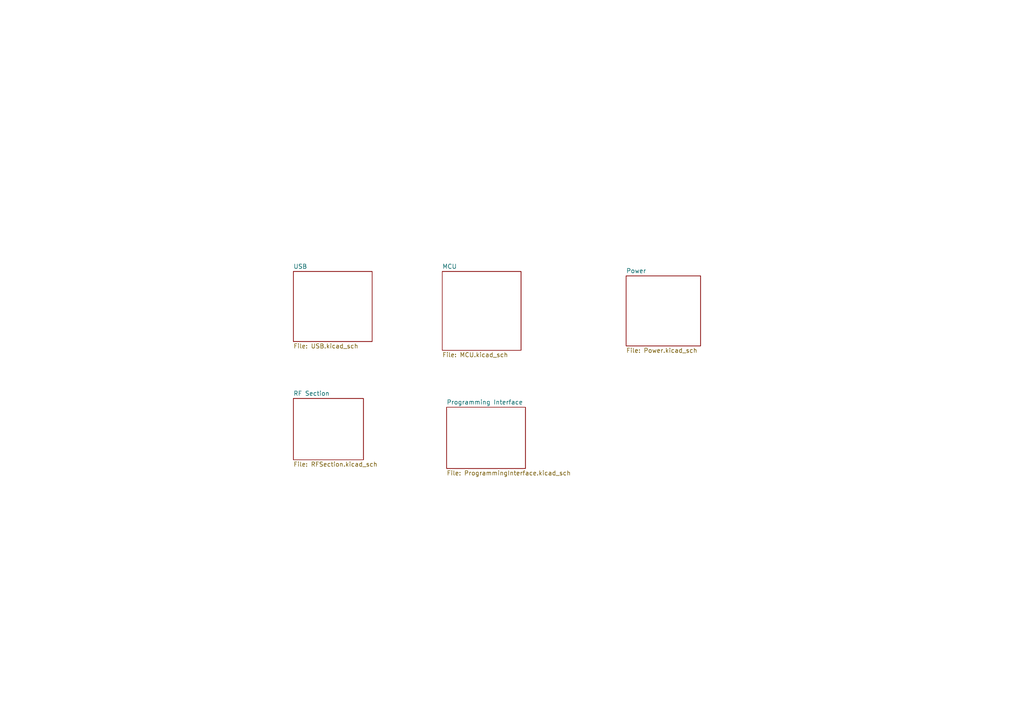
<source format=kicad_sch>
(kicad_sch
	(version 20250114)
	(generator "eeschema")
	(generator_version "9.0")
	(uuid "7294b0c1-22f8-4dfa-8bae-2337522835ff")
	(paper "A4")
	(lib_symbols)
	(sheet
		(at 85.09 78.74)
		(size 22.86 20.32)
		(exclude_from_sim no)
		(in_bom yes)
		(on_board yes)
		(dnp no)
		(fields_autoplaced yes)
		(stroke
			(width 0.1524)
			(type solid)
		)
		(fill
			(color 0 0 0 0.0000)
		)
		(uuid "1e2abb1e-a61e-4f02-b544-b7d6a8e6bbb8")
		(property "Sheetname" "USB"
			(at 85.09 78.0284 0)
			(effects
				(font
					(size 1.27 1.27)
				)
				(justify left bottom)
			)
		)
		(property "Sheetfile" "USB.kicad_sch"
			(at 85.09 99.6446 0)
			(effects
				(font
					(size 1.27 1.27)
				)
				(justify left top)
			)
		)
		(instances
			(project "STM32 Bluetooth Hardware Design"
				(path "/7294b0c1-22f8-4dfa-8bae-2337522835ff"
					(page "5")
				)
			)
		)
	)
	(sheet
		(at 85.09 115.57)
		(size 20.32 17.78)
		(exclude_from_sim no)
		(in_bom yes)
		(on_board yes)
		(dnp no)
		(fields_autoplaced yes)
		(stroke
			(width 0.1524)
			(type solid)
		)
		(fill
			(color 0 0 0 0.0000)
		)
		(uuid "874b05d3-d648-43ec-9993-43f48c77f4db")
		(property "Sheetname" "RF Section"
			(at 85.09 114.8584 0)
			(effects
				(font
					(size 1.27 1.27)
				)
				(justify left bottom)
			)
		)
		(property "Sheetfile" "RFSection.kicad_sch"
			(at 85.09 133.9346 0)
			(effects
				(font
					(size 1.27 1.27)
				)
				(justify left top)
			)
		)
		(instances
			(project "STM32 Bluetooth Hardware Design"
				(path "/7294b0c1-22f8-4dfa-8bae-2337522835ff"
					(page "4")
				)
			)
		)
	)
	(sheet
		(at 129.54 118.11)
		(size 22.86 17.78)
		(exclude_from_sim no)
		(in_bom yes)
		(on_board yes)
		(dnp no)
		(fields_autoplaced yes)
		(stroke
			(width 0.1524)
			(type solid)
		)
		(fill
			(color 0 0 0 0.0000)
		)
		(uuid "8fc53dc1-dce3-4fa6-8fdb-e1771be66ae8")
		(property "Sheetname" "Programming Interface"
			(at 129.54 117.3984 0)
			(effects
				(font
					(size 1.27 1.27)
				)
				(justify left bottom)
			)
		)
		(property "Sheetfile" "ProgrammingInterface.kicad_sch"
			(at 129.54 136.4746 0)
			(effects
				(font
					(size 1.27 1.27)
				)
				(justify left top)
			)
		)
		(instances
			(project "STM32 Bluetooth Hardware Design"
				(path "/7294b0c1-22f8-4dfa-8bae-2337522835ff"
					(page "2")
				)
			)
		)
	)
	(sheet
		(at 128.27 78.74)
		(size 22.86 22.86)
		(exclude_from_sim no)
		(in_bom yes)
		(on_board yes)
		(dnp no)
		(fields_autoplaced yes)
		(stroke
			(width 0.1524)
			(type solid)
		)
		(fill
			(color 0 0 0 0.0000)
		)
		(uuid "f0b13909-4110-4b3c-86aa-329a6cfe69b7")
		(property "Sheetname" "MCU"
			(at 128.27 78.0284 0)
			(effects
				(font
					(size 1.27 1.27)
				)
				(justify left bottom)
			)
		)
		(property "Sheetfile" "MCU.kicad_sch"
			(at 128.27 102.1846 0)
			(effects
				(font
					(size 1.27 1.27)
				)
				(justify left top)
			)
		)
		(instances
			(project "STM32 Bluetooth Hardware Design"
				(path "/7294b0c1-22f8-4dfa-8bae-2337522835ff"
					(page "3")
				)
			)
		)
	)
	(sheet
		(at 181.61 80.01)
		(size 21.59 20.32)
		(exclude_from_sim no)
		(in_bom yes)
		(on_board yes)
		(dnp no)
		(fields_autoplaced yes)
		(stroke
			(width 0.1524)
			(type solid)
		)
		(fill
			(color 0 0 0 0.0000)
		)
		(uuid "fda3b057-34ad-441e-a643-0664d6ad0840")
		(property "Sheetname" "Power"
			(at 181.61 79.2984 0)
			(effects
				(font
					(size 1.27 1.27)
				)
				(justify left bottom)
			)
		)
		(property "Sheetfile" "Power.kicad_sch"
			(at 181.61 100.9146 0)
			(effects
				(font
					(size 1.27 1.27)
				)
				(justify left top)
			)
		)
		(instances
			(project "STM32 Bluetooth Hardware Design"
				(path "/7294b0c1-22f8-4dfa-8bae-2337522835ff"
					(page "6")
				)
			)
		)
	)
	(sheet_instances
		(path "/"
			(page "1")
		)
	)
	(embedded_fonts no)
)

</source>
